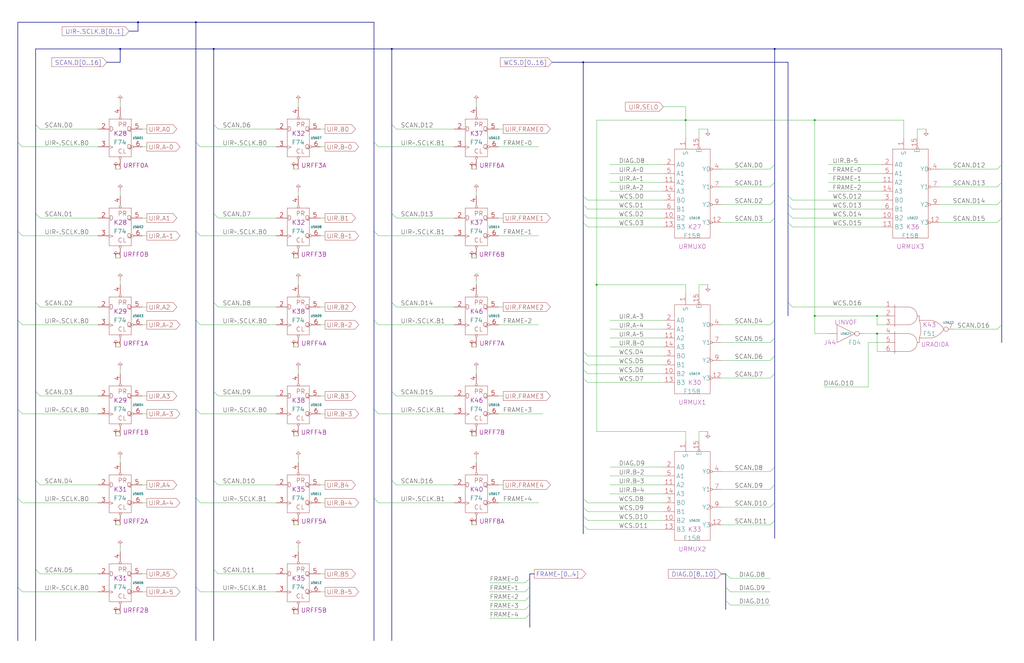
<source format=kicad_sch>
(kicad_sch (version 20250114) (generator "eeschema") (generator_version "9.0")
  (paper "User" 584.2 378.46)
  (title_block (title "WRITABLE CONTROL STORE\\nMICRO INSTRUCTION REGISTER") (date "15-MAR-90") (rev "1.0") (comment 1 "TYPE") (comment 2 "232-003062") (comment 3 "S400") (comment 4 "RELEASED"))
  (lib_symbols
    (symbol "r1000:F04" (pin_numbers (hide yes)) (pin_names (hide yes))
      (property "Reference" "U" (at 0 0 0))
      (property "Value" "F04" (at 1.27 -5.08 0))
      (property "Location" "___" (at -12.7 -5.08 0))
      (property "Name" "______" (at 0 5.08 0))
      (symbol "F04_1_1"
        (pin input line (at -10.16 0 0) (length 2.54) (name "D0") (number "1"))
        (pin output line (at 10.16 0 180) (length 2.54) (name "Q") (number "2"))
      )
    )
    (symbol "r1000:F158" (pin_names (offset 1.016))
      (property "Reference" "U" (at 2.54 5.08 0))
      (property "Value" "F158" (at -3.81 -5.08 0))
      (property "Location" "___" (at -1.27 0 0))
      (property "Name" "______" (at 1.27 -12.7 0))
      (symbol "F158_1_1"
        (pin input line (at -15.24 35.56 0) (length 6.35) (name "A0") (number "2"))
        (pin input line (at -15.24 30.48 0) (length 6.35) (name "A1") (number "5"))
        (pin input line (at -15.24 25.4 0) (length 6.35) (name "A2") (number "11"))
        (pin input line (at -15.24 20.32 0) (length 6.35) (name "A3") (number "14"))
        (pin input line (at -15.24 15.24 0) (length 6.35) (name "B0") (number "3"))
        (pin input line (at -15.24 10.16 0) (length 6.35) (name "B1") (number "6"))
        (pin input line (at -15.24 5.08 0) (length 6.35) (name "B2") (number "10"))
        (pin input line (at -15.24 0 0) (length 6.35) (name "B3") (number "13"))
        (pin input line (at -2.54 50.8 270) (length 6.35) (name "S") (number "1"))
        (pin input line (at 5.08 50.8 270) (length 5.08) (name "E") (number "15"))
        (pin output line (at 17.78 33.02 180) (length 5.08) (name "Y0") (number "4"))
        (pin output line (at 17.78 22.86 180) (length 5.08) (name "Y1") (number "7"))
        (pin output line (at 17.78 12.7 180) (length 5.08) (name "Y2") (number "9"))
        (pin output line (at 17.78 2.54 180) (length 5.08) (name "Y3") (number "12"))
      )
    )
    (symbol "r1000:F51" (pin_names (hide yes))
      (property "Reference" "U" (at 12.7 1.27 0))
      (property "Value" "F51" (at 1.905 -5.08 0))
      (property "Location" "___" (at 1.905 0 0))
      (property "Name" "______" (at 5.08 -12.7 0))
      (symbol "F51_1_1"
        (pin input line (at -22.86 10.16 0) (length 2.54) (name "A1") (number "1"))
        (pin input line (at -22.86 5.08 0) (length 2.54) (name "A2") (number "2"))
        (pin input line (at -22.86 0 0) (length 2.54) (name "A3") (number "3"))
        (pin input line (at -22.86 -5.08 0) (length 2.54) (name "B1") (number "4"))
        (pin input line (at -22.86 -10.16 0) (length 2.54) (name "B2") (number "5"))
        (pin input line (at -22.86 -15.24 0) (length 2.54) (name "B3") (number "6"))
        (pin output line (at 15.24 -2.54 180) (length 2.54) (name "Q") (number "7"))
      )
    )
    (symbol "r1000:F74" (pin_names (offset 1.016) (hide yes))
      (property "Reference" "U" (at 12.7 -2.54 0))
      (property "Value" "F74" (at -1.27 -5.08 0))
      (property "Location" "___" (at -1.27 0 0))
      (property "Name" "______" (at 11.43 -19.685 0))
      (symbol "F74_1_1"
        (text "D" (at -2.54 2.54 0) (effects (font (size 2.54 2.54))))
        (text ">" (at -2.54 -7.62 0) (effects (font (size 2.54 2.54))))
        (text "P" (at 2.54 5.08 0) (effects (font (size 2.54 2.54))))
        (text "C" (at 2.54 -10.16 0) (effects (font (size 2.54 2.54))))
        (text "R" (at 5.08 5.08 0) (effects (font (size 2.54 2.54))))
        (text "L" (at 5.08 -10.16 0) (effects (font (size 2.54 2.54))))
        (text "Q" (at 7.62 2.54 0) (effects (font (size 2.54 2.54))))
        (text "Q" (at 7.62 -7.62 0) (effects (font (size 2.54 2.54))))
        (pin input line (at -10.16 2.54 0) (length 6.35) (name "D") (number "2"))
        (pin input line (at -10.16 -7.62 0) (length 6.35) (name "CLK") (number "3"))
        (pin input line (at 2.54 15.24 270) (length 5.08) (name "PR_") (number "4"))
        (pin input line (at 2.54 -20.32 90) (length 5.08) (name "CL_") (number "1"))
        (pin output line (at 15.24 2.54 180) (length 6.35) (name "Q") (number "5"))
        (pin output line (at 15.24 -7.62 180) (length 5.08) (name "Q_") (number "6"))
      )
    )
    (symbol "r1000:PD" (power) (pin_numbers (hide yes)) (pin_names (hide yes)) (in_bom no)
      (symbol "PD_1_1"
        (pin power_in line (at 0 0 270) (length 2.54) (name "PD") (number "1"))
      )
    )
    (symbol "r1000:PU" (power) (pin_numbers (hide yes)) (pin_names (hide yes))
      (symbol "PU_1_1"
        (pin power_in line (at 0 0 90) (length 2.54) (name "PU") (number "1"))
      )
    )
  )
  (junction (at 500.38 180.34))
  (junction (at 332.74 35.56))
  (junction (at 464.82 180.34))
  (junction (at 111.76 12.7))
  (junction (at 500.38 190.5))
  (junction (at 223.52 27.94))
  (junction (at 340.36 162.56))
  (junction (at 121.92 27.94))
  (junction (at 391.16 68.58))
  (junction (at 464.82 68.58))
  (junction (at 68.58 27.94))
  (junction (at 78.74 12.7))
  (junction (at 441.96 27.94))
  (bus_entry (at 571.5 104.14) (size -2.54 2.54))
  (bus_entry (at 332.74 200.66) (size 2.54 2.54))
  (bus_entry (at 449.58 172.72) (size 2.54 2.54))
  (bus_entry (at 441.96 213.36) (size -2.54 2.54))
  (bus_entry (at 332.74 215.9) (size 2.54 2.54))
  (bus_entry (at 111.76 132.08) (size 2.54 2.54))
  (bus_entry (at 414.02 327.66) (size 2.54 2.54))
  (bus_entry (at 332.74 294.64) (size 2.54 2.54))
  (bus_entry (at 302.26 330.2) (size -2.54 2.54))
  (bus_entry (at 111.76 182.88) (size 2.54 2.54))
  (bus_entry (at 213.36 182.88) (size 2.54 2.54))
  (bus_entry (at 223.52 71.12) (size 2.54 2.54))
  (bus_entry (at 213.36 233.68) (size 2.54 2.54))
  (bus_entry (at 332.74 284.48) (size 2.54 2.54))
  (bus_entry (at 111.76 81.28) (size 2.54 2.54))
  (bus_entry (at 571.5 93.98) (size -2.54 2.54))
  (bus_entry (at 111.76 284.48) (size 2.54 2.54))
  (bus_entry (at 20.32 223.52) (size 2.54 2.54))
  (bus_entry (at 571.5 114.3) (size -2.54 2.54))
  (bus_entry (at 449.58 111.76) (size 2.54 2.54))
  (bus_entry (at 223.52 172.72) (size 2.54 2.54))
  (bus_entry (at 449.58 127) (size 2.54 2.54))
  (bus_entry (at 441.96 297.18) (size -2.54 2.54))
  (bus_entry (at 10.16 335.28) (size 2.54 2.54))
  (bus_entry (at 20.32 71.12) (size 2.54 2.54))
  (bus_entry (at 332.74 111.76) (size 2.54 2.54))
  (bus_entry (at 332.74 127) (size 2.54 2.54))
  (bus_entry (at 10.16 182.88) (size 2.54 2.54))
  (bus_entry (at 10.16 233.68) (size 2.54 2.54))
  (bus_entry (at 111.76 335.28) (size 2.54 2.54))
  (bus_entry (at 571.5 124.46) (size -2.54 2.54))
  (bus_entry (at 332.74 299.72) (size 2.54 2.54))
  (bus_entry (at 121.92 223.52) (size 2.54 2.54))
  (bus_entry (at 223.52 121.92) (size 2.54 2.54))
  (bus_entry (at 111.76 233.68) (size 2.54 2.54))
  (bus_entry (at 441.96 182.88) (size -2.54 2.54))
  (bus_entry (at 332.74 210.82) (size 2.54 2.54))
  (bus_entry (at 571.5 185.42) (size -2.54 2.54))
  (bus_entry (at 441.96 104.14) (size -2.54 2.54))
  (bus_entry (at 449.58 116.84) (size 2.54 2.54))
  (bus_entry (at 441.96 266.7) (size -2.54 2.54))
  (bus_entry (at 10.16 132.08) (size 2.54 2.54))
  (bus_entry (at 20.32 121.92) (size 2.54 2.54))
  (bus_entry (at 414.02 342.9) (size 2.54 2.54))
  (bus_entry (at 441.96 124.46) (size -2.54 2.54))
  (bus_entry (at 414.02 335.28) (size 2.54 2.54))
  (bus_entry (at 20.32 274.32) (size 2.54 2.54))
  (bus_entry (at 213.36 284.48) (size 2.54 2.54))
  (bus_entry (at 223.52 223.52) (size 2.54 2.54))
  (bus_entry (at 20.32 172.72) (size 2.54 2.54))
  (bus_entry (at 121.92 274.32) (size 2.54 2.54))
  (bus_entry (at 441.96 114.3) (size -2.54 2.54))
  (bus_entry (at 441.96 93.98) (size -2.54 2.54))
  (bus_entry (at 20.32 325.12) (size 2.54 2.54))
  (bus_entry (at 10.16 81.28) (size 2.54 2.54))
  (bus_entry (at 302.26 345.44) (size -2.54 2.54))
  (bus_entry (at 302.26 350.52) (size -2.54 2.54))
  (bus_entry (at 449.58 121.92) (size 2.54 2.54))
  (bus_entry (at 441.96 287.02) (size -2.54 2.54))
  (bus_entry (at 302.26 340.36) (size -2.54 2.54))
  (bus_entry (at 213.36 132.08) (size 2.54 2.54))
  (bus_entry (at 213.36 81.28) (size 2.54 2.54))
  (bus_entry (at 332.74 205.74) (size 2.54 2.54))
  (bus_entry (at 121.92 172.72) (size 2.54 2.54))
  (bus_entry (at 441.96 193.04) (size -2.54 2.54))
  (bus_entry (at 223.52 274.32) (size 2.54 2.54))
  (bus_entry (at 121.92 325.12) (size 2.54 2.54))
  (bus_entry (at 441.96 203.2) (size -2.54 2.54))
  (bus_entry (at 332.74 289.56) (size 2.54 2.54))
  (bus_entry (at 302.26 335.28) (size -2.54 2.54))
  (bus_entry (at 121.92 121.92) (size 2.54 2.54))
  (bus_entry (at 332.74 116.84) (size 2.54 2.54))
  (bus_entry (at 441.96 276.86) (size -2.54 2.54))
  (bus_entry (at 121.92 71.12) (size 2.54 2.54))
  (bus_entry (at 332.74 121.92) (size 2.54 2.54))
  (bus_entry (at 10.16 284.48) (size 2.54 2.54))
  (wire (pts (xy 398.78 162.56) (xy 403.86 162.56)))
  (bus (pts (xy 223.52 274.32) (xy 223.52 365.76)))
  (bus (pts (xy 223.52 27.94) (xy 441.96 27.94)))
  (wire (pts (xy 269.24 147.32) (xy 271.78 147.32)))
  (wire (pts (xy 81.28 73.66) (xy 83.82 73.66)))
  (bus (pts (xy 20.32 71.12) (xy 20.32 121.92)))
  (wire (pts (xy 167.64 198.12) (xy 170.18 198.12)))
  (wire (pts (xy 269.24 96.52) (xy 271.78 96.52)))
  (wire (pts (xy 182.88 236.22) (xy 185.42 236.22)))
  (wire (pts (xy 22.86 73.66) (xy 55.88 73.66)))
  (wire (pts (xy 284.48 83.82) (xy 307.34 83.82)))
  (bus (pts (xy 60.96 35.56) (xy 68.58 35.56)))
  (bus (pts (xy 10.16 132.08) (xy 10.16 182.88)))
  (wire (pts (xy 335.28 297.18) (xy 378.46 297.18)))
  (wire (pts (xy 68.58 312.42) (xy 68.58 314.96)))
  (bus (pts (xy 78.74 17.78) (xy 78.74 12.7)))
  (wire (pts (xy 391.16 68.58) (xy 391.16 78.74)))
  (wire (pts (xy 391.16 246.38) (xy 391.16 251.46)))
  (wire (pts (xy 170.18 210.82) (xy 170.18 213.36)))
  (wire (pts (xy 22.86 226.06) (xy 55.88 226.06)))
  (wire (pts (xy 284.48 185.42) (xy 307.34 185.42)))
  (wire (pts (xy 411.48 127) (xy 439.42 127)))
  (bus (pts (xy 441.96 124.46) (xy 441.96 182.88)))
  (bus (pts (xy 10.16 12.7) (xy 10.16 81.28)))
  (wire (pts (xy 66.04 198.12) (xy 68.58 198.12)))
  (wire (pts (xy 411.48 289.56) (xy 439.42 289.56)))
  (wire (pts (xy 452.12 114.3) (xy 502.92 114.3)))
  (wire (pts (xy 12.7 83.82) (xy 55.88 83.82)))
  (bus (pts (xy 20.32 325.12) (xy 20.32 365.76)))
  (bus (pts (xy 332.74 294.64) (xy 332.74 299.72)))
  (wire (pts (xy 416.56 337.82) (xy 439.42 337.82)))
  (wire (pts (xy 391.16 162.56) (xy 391.16 167.64)))
  (wire (pts (xy 452.12 129.54) (xy 502.92 129.54)))
  (bus (pts (xy 449.58 35.56) (xy 449.58 111.76)))
  (wire (pts (xy 411.48 215.9) (xy 439.42 215.9)))
  (bus (pts (xy 213.36 284.48) (xy 213.36 365.76)))
  (wire (pts (xy 22.86 175.26) (xy 55.88 175.26)))
  (wire (pts (xy 12.7 236.22) (xy 55.88 236.22)))
  (bus (pts (xy 10.16 12.7) (xy 78.74 12.7)))
  (bus (pts (xy 441.96 27.94) (xy 441.96 93.98)))
  (bus (pts (xy 302.26 340.36) (xy 302.26 345.44)))
  (bus (pts (xy 441.96 287.02) (xy 441.96 297.18)))
  (wire (pts (xy 464.82 68.58) (xy 464.82 180.34)))
  (bus (pts (xy 314.96 35.56) (xy 332.74 35.56)))
  (wire (pts (xy 124.46 73.66) (xy 157.48 73.66)))
  (bus (pts (xy 332.74 127) (xy 332.74 200.66)))
  (bus (pts (xy 441.96 213.36) (xy 441.96 266.7)))
  (wire (pts (xy 523.24 73.66) (xy 528.32 73.66)))
  (wire (pts (xy 505.46 200.66) (xy 500.38 200.66)))
  (wire (pts (xy 347.98 276.86) (xy 378.46 276.86)))
  (bus (pts (xy 121.92 274.32) (xy 121.92 325.12)))
  (wire (pts (xy 284.48 236.22) (xy 309.88 236.22)))
  (wire (pts (xy 182.88 276.86) (xy 185.42 276.86)))
  (wire (pts (xy 66.04 147.32) (xy 68.58 147.32)))
  (bus (pts (xy 332.74 111.76) (xy 332.74 116.84)))
  (bus (pts (xy 441.96 182.88) (xy 441.96 193.04)))
  (bus (pts (xy 302.26 350.52) (xy 302.26 358.14)))
  (wire (pts (xy 452.12 119.38) (xy 502.92 119.38)))
  (bus (pts (xy 571.5 185.42) (xy 571.5 195.58)))
  (wire (pts (xy 81.28 124.46) (xy 83.82 124.46)))
  (bus (pts (xy 111.76 12.7) (xy 111.76 81.28)))
  (wire (pts (xy 114.3 337.82) (xy 157.48 337.82)))
  (wire (pts (xy 347.98 182.88) (xy 378.46 182.88)))
  (wire (pts (xy 226.06 175.26) (xy 259.08 175.26)))
  (bus (pts (xy 332.74 215.9) (xy 332.74 284.48)))
  (bus (pts (xy 111.76 284.48) (xy 111.76 335.28)))
  (wire (pts (xy 284.48 226.06) (xy 287.02 226.06)))
  (bus (pts (xy 223.52 223.52) (xy 223.52 274.32)))
  (wire (pts (xy 22.86 276.86) (xy 55.88 276.86)))
  (wire (pts (xy 167.64 96.52) (xy 170.18 96.52)))
  (bus (pts (xy 111.76 12.7) (xy 213.36 12.7)))
  (wire (pts (xy 66.04 299.72) (xy 68.58 299.72)))
  (bus (pts (xy 441.96 297.18) (xy 441.96 307.34)))
  (bus (pts (xy 441.96 93.98) (xy 441.96 104.14)))
  (wire (pts (xy 182.88 337.82) (xy 185.42 337.82)))
  (bus (pts (xy 441.96 114.3) (xy 441.96 124.46)))
  (wire (pts (xy 284.48 276.86) (xy 287.02 276.86)))
  (wire (pts (xy 124.46 276.86) (xy 157.48 276.86)))
  (wire (pts (xy 391.16 68.58) (xy 464.82 68.58)))
  (wire (pts (xy 500.38 180.34) (xy 505.46 180.34)))
  (wire (pts (xy 347.98 93.98) (xy 378.46 93.98)))
  (wire (pts (xy 500.38 200.66) (xy 500.38 190.5)))
  (wire (pts (xy 22.86 327.66) (xy 55.88 327.66)))
  (wire (pts (xy 269.24 198.12) (xy 271.78 198.12)))
  (bus (pts (xy 121.92 71.12) (xy 121.92 121.92)))
  (bus (pts (xy 111.76 132.08) (xy 111.76 182.88)))
  (wire (pts (xy 22.86 124.46) (xy 55.88 124.46)))
  (wire (pts (xy 335.28 203.2) (xy 378.46 203.2)))
  (bus (pts (xy 111.76 182.88) (xy 111.76 233.68)))
  (wire (pts (xy 12.7 134.62) (xy 55.88 134.62)))
  (wire (pts (xy 279.4 332.74) (xy 299.72 332.74)))
  (wire (pts (xy 170.18 312.42) (xy 170.18 314.96)))
  (bus (pts (xy 302.26 335.28) (xy 302.26 340.36)))
  (wire (pts (xy 492.76 190.5) (xy 500.38 190.5)))
  (wire (pts (xy 472.44 104.14) (xy 502.92 104.14)))
  (wire (pts (xy 398.78 73.66) (xy 403.86 73.66)))
  (bus (pts (xy 223.52 27.94) (xy 223.52 71.12)))
  (bus (pts (xy 121.92 172.72) (xy 121.92 223.52)))
  (bus (pts (xy 332.74 289.56) (xy 332.74 294.64)))
  (wire (pts (xy 215.9 185.42) (xy 259.08 185.42)))
  (wire (pts (xy 411.48 96.52) (xy 439.42 96.52)))
  (wire (pts (xy 81.28 236.22) (xy 83.82 236.22)))
  (wire (pts (xy 170.18 58.42) (xy 170.18 60.96)))
  (bus (pts (xy 20.32 121.92) (xy 20.32 172.72)))
  (bus (pts (xy 441.96 266.7) (xy 441.96 276.86)))
  (wire (pts (xy 226.06 226.06) (xy 259.08 226.06)))
  (wire (pts (xy 279.4 353.06) (xy 299.72 353.06)))
  (wire (pts (xy 472.44 109.22) (xy 502.92 109.22)))
  (wire (pts (xy 347.98 198.12) (xy 378.46 198.12)))
  (bus (pts (xy 213.36 132.08) (xy 213.36 182.88)))
  (bus (pts (xy 302.26 330.2) (xy 302.26 335.28)))
  (wire (pts (xy 495.3 195.58) (xy 505.46 195.58)))
  (wire (pts (xy 335.28 208.28) (xy 378.46 208.28)))
  (bus (pts (xy 571.5 93.98) (xy 571.5 104.14)))
  (wire (pts (xy 271.78 58.42) (xy 271.78 60.96)))
  (bus (pts (xy 20.32 274.32) (xy 20.32 325.12)))
  (bus (pts (xy 332.74 116.84) (xy 332.74 121.92)))
  (wire (pts (xy 81.28 287.02) (xy 83.82 287.02)))
  (wire (pts (xy 347.98 109.22) (xy 378.46 109.22)))
  (wire (pts (xy 12.7 287.02) (xy 55.88 287.02)))
  (wire (pts (xy 335.28 119.38) (xy 378.46 119.38)))
  (wire (pts (xy 68.58 261.62) (xy 68.58 264.16)))
  (wire (pts (xy 269.24 299.72) (xy 271.78 299.72)))
  (bus (pts (xy 121.92 27.94) (xy 121.92 71.12)))
  (wire (pts (xy 114.3 134.62) (xy 157.48 134.62)))
  (bus (pts (xy 449.58 111.76) (xy 449.58 116.84)))
  (wire (pts (xy 81.28 226.06) (xy 83.82 226.06)))
  (wire (pts (xy 347.98 271.78) (xy 378.46 271.78)))
  (bus (pts (xy 213.36 182.88) (xy 213.36 233.68)))
  (wire (pts (xy 500.38 190.5) (xy 505.46 190.5)))
  (bus (pts (xy 121.92 223.52) (xy 121.92 274.32)))
  (wire (pts (xy 279.4 337.82) (xy 299.72 337.82)))
  (wire (pts (xy 416.56 345.44) (xy 439.42 345.44)))
  (bus (pts (xy 121.92 27.94) (xy 223.52 27.94)))
  (bus (pts (xy 449.58 172.72) (xy 449.58 180.34)))
  (wire (pts (xy 411.48 195.58) (xy 439.42 195.58)))
  (wire (pts (xy 347.98 193.04) (xy 378.46 193.04)))
  (bus (pts (xy 10.16 81.28) (xy 10.16 132.08)))
  (wire (pts (xy 271.78 109.22) (xy 271.78 111.76)))
  (wire (pts (xy 167.64 350.52) (xy 170.18 350.52)))
  (bus (pts (xy 441.96 27.94) (xy 571.5 27.94)))
  (wire (pts (xy 284.48 287.02) (xy 307.34 287.02)))
  (wire (pts (xy 279.4 342.9) (xy 299.72 342.9)))
  (bus (pts (xy 213.36 233.68) (xy 213.36 284.48)))
  (wire (pts (xy 182.88 185.42) (xy 185.42 185.42)))
  (wire (pts (xy 81.28 337.82) (xy 83.82 337.82)))
  (wire (pts (xy 411.48 185.42) (xy 439.42 185.42)))
  (bus (pts (xy 414.02 327.66) (xy 414.02 335.28)))
  (wire (pts (xy 535.94 127) (xy 568.96 127)))
  (wire (pts (xy 271.78 160.02) (xy 271.78 162.56)))
  (wire (pts (xy 464.82 68.58) (xy 515.62 68.58)))
  (wire (pts (xy 335.28 287.02) (xy 378.46 287.02)))
  (wire (pts (xy 170.18 160.02) (xy 170.18 162.56)))
  (wire (pts (xy 472.44 93.98) (xy 502.92 93.98)))
  (bus (pts (xy 20.32 172.72) (xy 20.32 223.52)))
  (bus (pts (xy 111.76 233.68) (xy 111.76 284.48)))
  (wire (pts (xy 81.28 327.66) (xy 83.82 327.66)))
  (bus (pts (xy 20.32 223.52) (xy 20.32 274.32)))
  (bus (pts (xy 441.96 203.2) (xy 441.96 213.36)))
  (wire (pts (xy 515.62 68.58) (xy 515.62 78.74)))
  (bus (pts (xy 68.58 35.56) (xy 68.58 27.94)))
  (bus (pts (xy 10.16 182.88) (xy 10.16 233.68)))
  (wire (pts (xy 452.12 124.46) (xy 502.92 124.46)))
  (bus (pts (xy 332.74 205.74) (xy 332.74 210.82)))
  (wire (pts (xy 335.28 302.26) (xy 378.46 302.26)))
  (bus (pts (xy 223.52 121.92) (xy 223.52 172.72)))
  (wire (pts (xy 469.9 220.98) (xy 495.3 220.98)))
  (bus (pts (xy 332.74 200.66) (xy 332.74 205.74)))
  (wire (pts (xy 411.48 279.4) (xy 439.42 279.4)))
  (wire (pts (xy 279.4 347.98) (xy 299.72 347.98)))
  (wire (pts (xy 472.44 190.5) (xy 464.82 190.5)))
  (wire (pts (xy 535.94 106.68) (xy 568.96 106.68)))
  (bus (pts (xy 20.32 27.94) (xy 68.58 27.94)))
  (bus (pts (xy 571.5 114.3) (xy 571.5 124.46)))
  (wire (pts (xy 124.46 175.26) (xy 157.48 175.26)))
  (wire (pts (xy 284.48 134.62) (xy 307.34 134.62)))
  (wire (pts (xy 411.48 269.24) (xy 439.42 269.24)))
  (bus (pts (xy 213.36 81.28) (xy 213.36 132.08)))
  (wire (pts (xy 347.98 266.7) (xy 378.46 266.7)))
  (bus (pts (xy 20.32 27.94) (xy 20.32 71.12)))
  (wire (pts (xy 340.36 246.38) (xy 340.36 162.56)))
  (wire (pts (xy 68.58 109.22) (xy 68.58 111.76)))
  (wire (pts (xy 182.88 83.82) (xy 185.42 83.82)))
  (bus (pts (xy 414.02 342.9) (xy 414.02 347.98)))
  (wire (pts (xy 464.82 180.34) (xy 464.82 190.5)))
  (bus (pts (xy 223.52 172.72) (xy 223.52 223.52)))
  (wire (pts (xy 182.88 124.46) (xy 185.42 124.46)))
  (wire (pts (xy 182.88 134.62) (xy 185.42 134.62)))
  (wire (pts (xy 284.48 73.66) (xy 287.02 73.66)))
  (wire (pts (xy 81.28 83.82) (xy 83.82 83.82)))
  (bus (pts (xy 302.26 345.44) (xy 302.26 350.52)))
  (wire (pts (xy 114.3 287.02) (xy 157.48 287.02)))
  (bus (pts (xy 10.16 335.28) (xy 10.16 365.76)))
  (wire (pts (xy 226.06 73.66) (xy 259.08 73.66)))
  (wire (pts (xy 340.36 68.58) (xy 391.16 68.58)))
  (wire (pts (xy 495.3 220.98) (xy 495.3 195.58)))
  (bus (pts (xy 441.96 104.14) (xy 441.96 114.3)))
  (wire (pts (xy 215.9 83.82) (xy 259.08 83.82)))
  (wire (pts (xy 167.64 248.92) (xy 170.18 248.92)))
  (bus (pts (xy 441.96 276.86) (xy 441.96 287.02)))
  (bus (pts (xy 10.16 284.48) (xy 10.16 335.28)))
  (wire (pts (xy 411.48 205.74) (xy 439.42 205.74)))
  (wire (pts (xy 378.46 60.96) (xy 391.16 60.96)))
  (wire (pts (xy 170.18 109.22) (xy 170.18 111.76)))
  (bus (pts (xy 302.26 327.66) (xy 304.8 327.66)))
  (wire (pts (xy 340.36 162.56) (xy 340.36 68.58)))
  (wire (pts (xy 284.48 124.46) (xy 287.02 124.46)))
  (wire (pts (xy 472.44 99.06) (xy 502.92 99.06)))
  (wire (pts (xy 226.06 124.46) (xy 259.08 124.46)))
  (bus (pts (xy 332.74 284.48) (xy 332.74 289.56)))
  (wire (pts (xy 523.24 78.74) (xy 523.24 73.66)))
  (wire (pts (xy 182.88 287.02) (xy 185.42 287.02)))
  (wire (pts (xy 411.48 106.68) (xy 439.42 106.68)))
  (wire (pts (xy 114.3 236.22) (xy 157.48 236.22)))
  (bus (pts (xy 411.48 327.66) (xy 414.02 327.66)))
  (bus (pts (xy 441.96 193.04) (xy 441.96 203.2)))
  (wire (pts (xy 81.28 134.62) (xy 83.82 134.62)))
  (wire (pts (xy 416.56 330.2) (xy 439.42 330.2)))
  (bus (pts (xy 223.52 71.12) (xy 223.52 121.92)))
  (wire (pts (xy 66.04 350.52) (xy 68.58 350.52)))
  (wire (pts (xy 226.06 276.86) (xy 259.08 276.86)))
  (wire (pts (xy 340.36 162.56) (xy 391.16 162.56)))
  (wire (pts (xy 124.46 226.06) (xy 157.48 226.06)))
  (wire (pts (xy 464.82 180.34) (xy 500.38 180.34)))
  (wire (pts (xy 68.58 210.82) (xy 68.58 213.36)))
  (bus (pts (xy 121.92 325.12) (xy 121.92 365.76)))
  (wire (pts (xy 335.28 218.44) (xy 378.46 218.44)))
  (wire (pts (xy 124.46 124.46) (xy 157.48 124.46)))
  (bus (pts (xy 111.76 335.28) (xy 111.76 365.76)))
  (wire (pts (xy 543.56 187.96) (xy 568.96 187.96)))
  (bus (pts (xy 78.74 12.7) (xy 111.76 12.7)))
  (wire (pts (xy 81.28 276.86) (xy 83.82 276.86)))
  (wire (pts (xy 167.64 299.72) (xy 170.18 299.72)))
  (bus (pts (xy 571.5 124.46) (xy 571.5 185.42)))
  (wire (pts (xy 271.78 210.82) (xy 271.78 213.36)))
  (wire (pts (xy 114.3 83.82) (xy 157.48 83.82)))
  (wire (pts (xy 411.48 299.72) (xy 439.42 299.72)))
  (wire (pts (xy 335.28 292.1) (xy 378.46 292.1)))
  (wire (pts (xy 391.16 60.96) (xy 391.16 68.58)))
  (wire (pts (xy 500.38 185.42) (xy 500.38 180.34)))
  (bus (pts (xy 332.74 210.82) (xy 332.74 215.9)))
  (bus (pts (xy 449.58 121.92) (xy 449.58 127)))
  (wire (pts (xy 335.28 124.46) (xy 378.46 124.46)))
  (bus (pts (xy 414.02 335.28) (xy 414.02 342.9)))
  (wire (pts (xy 452.12 175.26) (xy 505.46 175.26)))
  (wire (pts (xy 215.9 134.62) (xy 259.08 134.62)))
  (wire (pts (xy 269.24 248.92) (xy 271.78 248.92)))
  (bus (pts (xy 302.26 327.66) (xy 302.26 330.2)))
  (bus (pts (xy 332.74 299.72) (xy 332.74 304.8)))
  (bus (pts (xy 449.58 127) (xy 449.58 172.72)))
  (wire (pts (xy 398.78 246.38) (xy 403.86 246.38)))
  (bus (pts (xy 449.58 116.84) (xy 449.58 121.92)))
  (wire (pts (xy 347.98 99.06) (xy 378.46 99.06)))
  (bus (pts (xy 68.58 27.94) (xy 121.92 27.94)))
  (bus (pts (xy 73.66 17.78) (xy 78.74 17.78)))
  (wire (pts (xy 12.7 185.42) (xy 55.88 185.42)))
  (wire (pts (xy 114.3 185.42) (xy 157.48 185.42)))
  (wire (pts (xy 535.94 96.52) (xy 568.96 96.52)))
  (wire (pts (xy 398.78 78.74) (xy 398.78 73.66)))
  (bus (pts (xy 332.74 35.56) (xy 332.74 111.76)))
  (wire (pts (xy 505.46 185.42) (xy 500.38 185.42)))
  (bus (pts (xy 111.76 81.28) (xy 111.76 132.08)))
  (bus (pts (xy 332.74 121.92) (xy 332.74 127)))
  (wire (pts (xy 398.78 167.64) (xy 398.78 162.56)))
  (wire (pts (xy 66.04 248.92) (xy 68.58 248.92)))
  (wire (pts (xy 66.04 96.52) (xy 68.58 96.52)))
  (wire (pts (xy 68.58 160.02) (xy 68.58 162.56)))
  (wire (pts (xy 391.16 246.38) (xy 340.36 246.38)))
  (wire (pts (xy 68.58 58.42) (xy 68.58 60.96)))
  (wire (pts (xy 284.48 175.26) (xy 287.02 175.26)))
  (wire (pts (xy 335.28 213.36) (xy 378.46 213.36)))
  (wire (pts (xy 182.88 73.66) (xy 185.42 73.66)))
  (bus (pts (xy 10.16 233.68) (xy 10.16 284.48)))
  (wire (pts (xy 271.78 261.62) (xy 271.78 264.16)))
  (wire (pts (xy 170.18 261.62) (xy 170.18 264.16)))
  (wire (pts (xy 335.28 114.3) (xy 378.46 114.3)))
  (wire (pts (xy 215.9 287.02) (xy 259.08 287.02)))
  (bus (pts (xy 571.5 104.14) (xy 571.5 114.3)))
  (wire (pts (xy 182.88 226.06) (xy 185.42 226.06)))
  (wire (pts (xy 12.7 337.82) (xy 55.88 337.82)))
  (bus (pts (xy 449.58 35.56) (xy 332.74 35.56)))
  (wire (pts (xy 182.88 327.66) (xy 185.42 327.66)))
  (wire (pts (xy 398.78 251.46) (xy 398.78 246.38)))
  (wire (pts (xy 81.28 185.42) (xy 83.82 185.42)))
  (wire (pts (xy 335.28 129.54) (xy 378.46 129.54)))
  (wire (pts (xy 347.98 187.96) (xy 378.46 187.96)))
  (wire (pts (xy 347.98 104.14) (xy 378.46 104.14)))
  (wire (pts (xy 535.94 116.84) (xy 568.96 116.84)))
  (bus (pts (xy 213.36 12.7) (xy 213.36 81.28)))
  (wire (pts (xy 347.98 281.94) (xy 378.46 281.94)))
  (bus (pts (xy 571.5 27.94) (xy 571.5 93.98)))
  (wire (pts (xy 167.64 147.32) (xy 170.18 147.32)))
  (wire (pts (xy 81.28 175.26) (xy 83.82 175.26)))
  (wire (pts (xy 124.46 327.66) (xy 157.48 327.66)))
  (wire (pts (xy 411.48 116.84) (xy 439.42 116.84)))
  (wire (pts (xy 215.9 236.22) (xy 259.08 236.22)))
  (wire (pts (xy 182.88 175.26) (xy 185.42 175.26)))
  (bus (pts (xy 121.92 121.92) (xy 121.92 172.72)))
  (label "FRAME~3" (at 287.02 236.22 0) (effects (font (size 2.54 2.54))))
  (label "WCS.D7" (at 353.06 218.44 0) (effects (font (size 2.54 2.54))))
  (label "FRAME~0" (at 279.4 332.74 0) (effects (font (size 2.54 2.54))))
  (label "DIAG.D9" (at 421.64 337.82 0) (effects (font (size 2.54 2.54))))
  (label "WCS.D6" (at 353.06 213.36 0) (effects (font (size 2.54 2.54))))
  (label "FRAME~4" (at 279.4 353.06 0) (effects (font (size 2.54 2.54))))
  (label "SCAN.D0" (at 419.1 96.52 0) (effects (font (size 2.54 2.54))))
  (label "UIR~.SCLK.B1" (at 127 337.82 0) (effects (font (size 2.54 2.54))))
  (label "UIR~.SCLK.B1" (at 228.6 134.62 0) (effects (font (size 2.54 2.54))))
  (label "UIR.A~0" (at 353.06 99.06 0) (effects (font (size 2.54 2.54))))
  (label "SCAN.D15" (at 543.56 127 0) (effects (font (size 2.54 2.54))))
  (label "FRAME~2" (at 287.02 185.42 0) (effects (font (size 2.54 2.54))))
  (label "WCS.D8" (at 353.06 287.02 0) (effects (font (size 2.54 2.54))))
  (label "UIR~.SCLK.B0" (at 127 83.82 0) (effects (font (size 2.54 2.54))))
  (label "UIR~.SCLK.B0" (at 25.4 337.82 0) (effects (font (size 2.54 2.54))))
  (label "SCAN.D0" (at 25.4 73.66 0) (effects (font (size 2.54 2.54))))
  (label "UIR~.SCLK.B0" (at 127 134.62 0) (effects (font (size 2.54 2.54))))
  (label "SCAN.D14" (at 543.56 116.84 0) (effects (font (size 2.54 2.54))))
  (label "WCS.D2" (at 353.06 124.46 0) (effects (font (size 2.54 2.54))))
  (label "SCAN.D9" (at 419.1 279.4 0) (effects (font (size 2.54 2.54))))
  (label "UIR~.SCLK.B0" (at 25.4 236.22 0) (effects (font (size 2.54 2.54))))
  (label "UIR.A~2" (at 353.06 109.22 0) (effects (font (size 2.54 2.54))))
  (label "SCAN.D12" (at 543.56 96.52 0) (effects (font (size 2.54 2.54))))
  (label "UIR~.SCLK.B0" (at 127 185.42 0) (effects (font (size 2.54 2.54))))
  (label "FRAME~1" (at 287.02 134.62 0) (effects (font (size 2.54 2.54))))
  (label "SCAN.D16" (at 228.6 276.86 0) (effects (font (size 2.54 2.54))))
  (label "UIR~.SCLK.B0" (at 25.4 83.82 0) (effects (font (size 2.54 2.54))))
  (label "SCAN.D13" (at 228.6 124.46 0) (effects (font (size 2.54 2.54))))
  (label "FRAME~1" (at 474.98 104.14 0) (effects (font (size 2.54 2.54))))
  (label "WCS.D0" (at 353.06 114.3 0) (effects (font (size 2.54 2.54))))
  (label "SCAN.D3" (at 25.4 226.06 0) (effects (font (size 2.54 2.54))))
  (label "UIR~.SCLK.B0" (at 25.4 134.62 0) (effects (font (size 2.54 2.54))))
  (label "UIR~.SCLK.B0" (at 25.4 185.42 0) (effects (font (size 2.54 2.54))))
  (label "UIR.B~5" (at 474.98 93.98 0) (effects (font (size 2.54 2.54))))
  (label "UIR~.SCLK.B1" (at 228.6 83.82 0) (effects (font (size 2.54 2.54))))
  (label "WCS.D16" (at 474.98 175.26 0) (effects (font (size 2.54 2.54))))
  (label "FRAME~0" (at 474.98 99.06 0) (effects (font (size 2.54 2.54))))
  (label "SCAN.D6" (at 419.1 205.74 0) (effects (font (size 2.54 2.54))))
  (label "SCAN.D16" (at 546.1 187.96 0) (effects (font (size 2.54 2.54))))
  (label "UIR~.SCLK.B1" (at 228.6 236.22 0) (effects (font (size 2.54 2.54))))
  (label "WCS.D14" (at 474.98 124.46 0) (effects (font (size 2.54 2.54))))
  (label "SCAN.D10" (at 419.1 289.56 0) (effects (font (size 2.54 2.54))))
  (label "UIR~.SCLK.B0" (at 25.4 287.02 0) (effects (font (size 2.54 2.54))))
  (label "SCAN.D8" (at 127 175.26 0) (effects (font (size 2.54 2.54))))
  (label "UIR~.SCLK.B1" (at 228.6 287.02 0) (effects (font (size 2.54 2.54))))
  (label "SCAN.D10" (at 127 276.86 0) (effects (font (size 2.54 2.54))))
  (label "SCAN.D5" (at 25.4 327.66 0) (effects (font (size 2.54 2.54))))
  (label "WCS.D3" (at 353.06 129.54 0) (effects (font (size 2.54 2.54))))
  (label "UIR.A~5" (at 353.06 193.04 0) (effects (font (size 2.54 2.54))))
  (label "UIR~.SCLK.B0" (at 127 236.22 0) (effects (font (size 2.54 2.54))))
  (label "WCS.D10" (at 353.06 297.18 0) (effects (font (size 2.54 2.54))))
  (label "SCAN.D7" (at 419.1 215.9 0) (effects (font (size 2.54 2.54))))
  (label "SCAN.D5" (at 419.1 195.58 0) (effects (font (size 2.54 2.54))))
  (label "FRAME~1" (at 279.4 337.82 0) (effects (font (size 2.54 2.54))))
  (label "SCAN.D6" (at 127 73.66 0) (effects (font (size 2.54 2.54))))
  (label "SCAN.D7" (at 127 124.46 0) (effects (font (size 2.54 2.54))))
  (label "UIR~.SCLK.B1" (at 228.6 185.42 0) (effects (font (size 2.54 2.54))))
  (label "UIR.B~4" (at 353.06 281.94 0) (effects (font (size 2.54 2.54))))
  (label "WCS.D15" (at 474.98 129.54 0) (effects (font (size 2.54 2.54))))
  (label "SCAN.D3" (at 419.1 127 0) (effects (font (size 2.54 2.54))))
  (label "SCAN.D4" (at 25.4 276.86 0) (effects (font (size 2.54 2.54))))
  (label "SCAN.D8" (at 419.1 269.24 0) (effects (font (size 2.54 2.54))))
  (label "SCAN.D15" (at 228.6 226.06 0) (effects (font (size 2.54 2.54))))
  (label "FRAME~3" (at 279.4 347.98 0) (effects (font (size 2.54 2.54))))
  (label "WCS.D13" (at 474.98 119.38 0) (effects (font (size 2.54 2.54))))
  (label "WCS.D11" (at 353.06 302.26 0) (effects (font (size 2.54 2.54))))
  (label "FRAME~4" (at 287.02 287.02 0) (effects (font (size 2.54 2.54))))
  (label "SCAN.D9" (at 127 226.06 0) (effects (font (size 2.54 2.54))))
  (label "SCAN.D11" (at 127 327.66 0) (effects (font (size 2.54 2.54))))
  (label "DIAG.D8" (at 421.64 330.2 0) (effects (font (size 2.54 2.54))))
  (label "SCAN.D2" (at 25.4 175.26 0) (effects (font (size 2.54 2.54))))
  (label "DIAG.D8" (at 353.06 93.98 0) (effects (font (size 2.54 2.54))))
  (label "FRAME~2" (at 279.4 342.9 0) (effects (font (size 2.54 2.54))))
  (label "SCAN.D4" (at 419.1 185.42 0) (effects (font (size 2.54 2.54))))
  (label "FRAME~2" (at 474.98 109.22 0) (effects (font (size 2.54 2.54))))
  (label "UIR.B~0" (at 353.06 198.12 0) (effects (font (size 2.54 2.54))))
  (label "UIR.A~1" (at 353.06 104.14 0) (effects (font (size 2.54 2.54))))
  (label "WCS.D9" (at 353.06 292.1 0) (effects (font (size 2.54 2.54))))
  (label "UIR.B~3" (at 353.06 276.86 0) (effects (font (size 2.54 2.54))))
  (label "WCS.D12" (at 474.98 114.3 0) (effects (font (size 2.54 2.54))))
  (label "SCAN.D1" (at 25.4 124.46 0) (effects (font (size 2.54 2.54))))
  (label "SCAN.D1" (at 419.1 106.68 0) (effects (font (size 2.54 2.54))))
  (label "WCS.D4" (at 353.06 203.2 0) (effects (font (size 2.54 2.54))))
  (label "UIR.A~3" (at 353.06 182.88 0) (effects (font (size 2.54 2.54))))
  (label "SCAN.D11" (at 419.1 299.72 0) (effects (font (size 2.54 2.54))))
  (label "SCAN.D2" (at 419.1 116.84 0) (effects (font (size 2.54 2.54))))
  (label "SCAN.D14" (at 228.6 175.26 0) (effects (font (size 2.54 2.54))))
  (label "DIAG.D10" (at 421.64 345.44 0) (effects (font (size 2.54 2.54))))
  (label "DIAG.D9" (at 353.06 266.7 0) (effects (font (size 2.54 2.54))))
  (label "UIR.A~4" (at 353.06 187.96 0) (effects (font (size 2.54 2.54))))
  (label "UIR~.SCLK.B1" (at 127 287.02 0) (effects (font (size 2.54 2.54))))
  (label "SCAN.D13" (at 543.56 106.68 0) (effects (font (size 2.54 2.54))))
  (label "UIR.B~2" (at 353.06 271.78 0) (effects (font (size 2.54 2.54))))
  (label "SCAN.D12" (at 228.6 73.66 0) (effects (font (size 2.54 2.54))))
  (label "DIAG.D10" (at 469.9 220.98 0) (effects (font (size 2.54 2.54))))
  (label "WCS.D5" (at 353.06 208.28 0) (effects (font (size 2.54 2.54))))
  (label "WCS.D1" (at 353.06 119.38 0) (effects (font (size 2.54 2.54))))
  (label "FRAME~0" (at 287.02 83.82 0) (effects (font (size 2.54 2.54))))
  (global_label "UIR.A1" (shape output) (at 83.82 124.46 0) (effects (font (size 2.54 2.54))) (property "Intersheetrefs" "${INTERSHEET_REFS}" (at 100.8622 124.3013 0) (effects (font (size 1.905 1.905)) (justify left))))
  (global_label "UIR.A~2" (shape output) (at 83.82 185.42 0) (effects (font (size 2.54 2.54))) (property "Intersheetrefs" "${INTERSHEET_REFS}" (at 102.6765 185.2613 0) (effects (font (size 1.905 1.905)) (justify left))))
  (global_label "WCS.D[0..16]" (shape input) (at 314.96 35.56 180) (effects (font (size 2.54 2.54))) (property "Intersheetrefs" "${INTERSHEET_REFS}" (at 285.4597 35.4013 0) (effects (font (size 1.905 1.905)) (justify right))))
  (global_label "UIR.A3" (shape output) (at 83.82 226.06 0) (effects (font (size 2.54 2.54))) (property "Intersheetrefs" "${INTERSHEET_REFS}" (at 100.8622 225.9013 0) (effects (font (size 1.905 1.905)) (justify left))))
  (global_label "UIR.FRAME4" (shape output) (at 287.02 276.86 0) (effects (font (size 2.54 2.54))) (property "Intersheetrefs" "${INTERSHEET_REFS}" (at 313.9803 276.7013 0) (effects (font (size 1.905 1.905)) (justify left))))
  (global_label "UIR.A2" (shape output) (at 83.82 175.26 0) (effects (font (size 2.54 2.54))) (property "Intersheetrefs" "${INTERSHEET_REFS}" (at 100.8622 175.1013 0) (effects (font (size 1.905 1.905)) (justify left))))
  (global_label "UIR.B~2" (shape output) (at 185.42 185.42 0) (effects (font (size 2.54 2.54))) (property "Intersheetrefs" "${INTERSHEET_REFS}" (at 204.6393 185.2613 0) (effects (font (size 1.905 1.905)) (justify left))))
  (global_label "SCAN.D[0..16]" (shape input) (at 60.96 35.56 180) (effects (font (size 2.54 2.54))) (property "Intersheetrefs" "${INTERSHEET_REFS}" (at 29.5245 35.4013 0) (effects (font (size 1.905 1.905)) (justify right))))
  (global_label "UIR.B~4" (shape output) (at 185.42 287.02 0) (effects (font (size 2.54 2.54))) (property "Intersheetrefs" "${INTERSHEET_REFS}" (at 204.6393 286.8613 0) (effects (font (size 1.905 1.905)) (justify left))))
  (global_label "UIR.B3" (shape output) (at 185.42 226.06 0) (effects (font (size 2.54 2.54))) (property "Intersheetrefs" "${INTERSHEET_REFS}" (at 202.825 225.9013 0) (effects (font (size 1.905 1.905)) (justify left))))
  (global_label "UIR~.SCLK.B[0..1]" (shape input) (at 73.66 17.78 180) (effects (font (size 2.54 2.54))) (property "Intersheetrefs" "${INTERSHEET_REFS}" (at 35.4511 17.6213 0) (effects (font (size 1.905 1.905)) (justify right))))
  (global_label "UIR.B5" (shape output) (at 185.42 327.66 0) (effects (font (size 2.54 2.54))) (property "Intersheetrefs" "${INTERSHEET_REFS}" (at 202.825 327.5013 0) (effects (font (size 1.905 1.905)) (justify left))))
  (global_label "UIR.A~3" (shape output) (at 83.82 236.22 0) (effects (font (size 2.54 2.54))) (property "Intersheetrefs" "${INTERSHEET_REFS}" (at 102.6765 236.0613 0) (effects (font (size 1.905 1.905)) (justify left))))
  (global_label "UIR.A~4" (shape output) (at 83.82 287.02 0) (effects (font (size 2.54 2.54))) (property "Intersheetrefs" "${INTERSHEET_REFS}" (at 102.6765 286.8613 0) (effects (font (size 1.905 1.905)) (justify left))))
  (global_label "UIR.A5" (shape output) (at 83.82 327.66 0) (effects (font (size 2.54 2.54))) (property "Intersheetrefs" "${INTERSHEET_REFS}" (at 100.8622 327.5013 0) (effects (font (size 1.905 1.905)) (justify left))))
  (global_label "FRAME~[0..4]" (shape output) (at 304.8 327.66 0) (effects (font (size 2.54 2.54))) (property "Intersheetrefs" "${INTERSHEET_REFS}" (at 334.1793 327.5013 0) (effects (font (size 1.905 1.905)) (justify left))))
  (global_label "UIR.FRAME1" (shape output) (at 287.02 124.46 0) (effects (font (size 2.54 2.54))) (property "Intersheetrefs" "${INTERSHEET_REFS}" (at 313.9803 124.3013 0) (effects (font (size 1.905 1.905)) (justify left))))
  (global_label "UIR.A0" (shape output) (at 83.82 73.66 0) (effects (font (size 2.54 2.54))) (property "Intersheetrefs" "${INTERSHEET_REFS}" (at 100.8622 73.5013 0) (effects (font (size 1.905 1.905)) (justify left))))
  (global_label "UIR.B~3" (shape output) (at 185.42 236.22 0) (effects (font (size 2.54 2.54))) (property "Intersheetrefs" "${INTERSHEET_REFS}" (at 204.6393 236.0613 0) (effects (font (size 1.905 1.905)) (justify left))))
  (global_label "UIR.A4" (shape output) (at 83.82 276.86 0) (effects (font (size 2.54 2.54))) (property "Intersheetrefs" "${INTERSHEET_REFS}" (at 100.8622 276.7013 0) (effects (font (size 1.905 1.905)) (justify left))))
  (global_label "UIR.B0" (shape output) (at 185.42 73.66 0) (effects (font (size 2.54 2.54))) (property "Intersheetrefs" "${INTERSHEET_REFS}" (at 202.825 73.5013 0) (effects (font (size 1.905 1.905)) (justify left))))
  (global_label "UIR.A~1" (shape output) (at 83.82 134.62 0) (effects (font (size 2.54 2.54))) (property "Intersheetrefs" "${INTERSHEET_REFS}" (at 102.6765 134.4613 0) (effects (font (size 1.905 1.905)) (justify left))))
  (global_label "UIR.FRAME2" (shape output) (at 287.02 175.26 0) (effects (font (size 2.54 2.54))) (property "Intersheetrefs" "${INTERSHEET_REFS}" (at 313.9803 175.1013 0) (effects (font (size 1.905 1.905)) (justify left))))
  (global_label "UIR.B~0" (shape output) (at 185.42 83.82 0) (effects (font (size 2.54 2.54))) (property "Intersheetrefs" "${INTERSHEET_REFS}" (at 204.6393 83.6613 0) (effects (font (size 1.905 1.905)) (justify left))))
  (global_label "UIR.FRAME0" (shape output) (at 287.02 73.66 0) (effects (font (size 2.54 2.54))) (property "Intersheetrefs" "${INTERSHEET_REFS}" (at 313.9803 73.5013 0) (effects (font (size 1.905 1.905)) (justify left))))
  (global_label "UIR.B1" (shape output) (at 185.42 124.46 0) (effects (font (size 2.54 2.54))) (property "Intersheetrefs" "${INTERSHEET_REFS}" (at 202.825 124.3013 0) (effects (font (size 1.905 1.905)) (justify left))))
  (global_label "UIR.FRAME3" (shape output) (at 287.02 226.06 0) (effects (font (size 2.54 2.54))) (property "Intersheetrefs" "${INTERSHEET_REFS}" (at 313.9803 225.9013 0) (effects (font (size 1.905 1.905)) (justify left))))
  (global_label "UIR.A~5" (shape output) (at 83.82 337.82 0) (effects (font (size 2.54 2.54))) (property "Intersheetrefs" "${INTERSHEET_REFS}" (at 102.6765 337.6613 0) (effects (font (size 1.905 1.905)) (justify left))))
  (global_label "UIR.B~1" (shape output) (at 185.42 134.62 0) (effects (font (size 2.54 2.54))) (property "Intersheetrefs" "${INTERSHEET_REFS}" (at 204.6393 134.4613 0) (effects (font (size 1.905 1.905)) (justify left))))
  (global_label "UIR.B4" (shape output) (at 185.42 276.86 0) (effects (font (size 2.54 2.54))) (property "Intersheetrefs" "${INTERSHEET_REFS}" (at 202.825 276.7013 0) (effects (font (size 1.905 1.905)) (justify left))))
  (global_label "UIR.SEL0" (shape input) (at 378.46 60.96 180) (effects (font (size 2.54 2.54))) (property "Intersheetrefs" "${INTERSHEET_REFS}" (at 356.8216 60.8013 0) (effects (font (size 1.905 1.905)) (justify right))))
  (global_label "UIR.B~5" (shape output) (at 185.42 337.82 0) (effects (font (size 2.54 2.54))) (property "Intersheetrefs" "${INTERSHEET_REFS}" (at 204.6393 337.6613 0) (effects (font (size 1.905 1.905)) (justify left))))
  (global_label "UIR.B2" (shape output) (at 185.42 175.26 0) (effects (font (size 2.54 2.54))) (property "Intersheetrefs" "${INTERSHEET_REFS}" (at 202.825 175.1013 0) (effects (font (size 1.905 1.905)) (justify left))))
  (global_label "UIR.A~0" (shape output) (at 83.82 83.82 0) (effects (font (size 2.54 2.54))) (property "Intersheetrefs" "${INTERSHEET_REFS}" (at 102.6765 83.6613 0) (effects (font (size 1.905 1.905)) (justify left))))
  (global_label "DIAG.D[8..10]" (shape input) (at 411.48 327.66 180) (effects (font (size 2.54 2.54))) (property "Intersheetrefs" "${INTERSHEET_REFS}" (at 381.375 327.5013 0) (effects (font (size 1.905 1.905)) (justify right))))
  (symbol (lib_id "r1000:PU") (at 271.78 261.62 0) (unit 1)
    (property "Reference" "#PWR05634" (effects (hide yes)))
    (property "Value" "PU" (effects (hide yes)))
  )
  (symbol (lib_id "r1000:PU") (at 66.04 147.32 0) (unit 1)
    (property "Reference" "#PWR05602" (effects (hide yes)))
    (property "Value" "PU" (effects (hide yes)))
  )
  (symbol (lib_id "r1000:PU") (at 271.78 160.02 0) (unit 1)
    (property "Reference" "#PWR05632" (effects (hide yes)))
    (property "Value" "PU" (effects (hide yes)))
  )
  (symbol (lib_id "r1000:PD") (at 403.86 162.56 0) (unit 1) (in_bom no)
    (property "Reference" "#PWR05636" (effects (hide yes)))
    (property "Value" "PD" (effects (hide yes)))
  )
  (symbol (lib_id "r1000:PU") (at 170.18 109.22 0) (unit 1)
    (property "Reference" "#PWR05620" (effects (hide yes)))
    (property "Value" "PU" (effects (hide yes)))
  )
  (symbol (lib_id "r1000:PU") (at 269.24 147.32 0) (unit 1)
    (property "Reference" "#PWR05626" (effects (hide yes)))
    (property "Value" "PU" (effects (hide yes)))
  )
  (symbol (lib_id "r1000:PU") (at 167.64 147.32 0) (unit 1)
    (property "Reference" "#PWR05614" (effects (hide yes)))
    (property "Value" "PU" (effects (hide yes)))
  )
  (symbol (lib_id "r1000:PU") (at 68.58 312.42 0) (unit 1)
    (property "Reference" "#PWR05612" (effects (hide yes)))
    (property "Value" "PU" (effects (hide yes)))
  )
  (symbol (lib_id "r1000:PU") (at 68.58 160.02 0) (unit 1)
    (property "Reference" "#PWR05609" (effects (hide yes)))
    (property "Value" "PU" (effects (hide yes)))
  )
  (symbol (lib_id "r1000:PD") (at 403.86 246.38 0) (unit 1) (in_bom no)
    (property "Reference" "#PWR05637" (effects (hide yes)))
    (property "Value" "PD" (effects (hide yes)))
  )
  (symbol (lib_id "r1000:F74") (at 269.24 177.8 0) (unit 1)
    (property "Reference" "U5615" (at 281.94 180.34 0))
    (property "Value" "F74" (at 267.97 182.88 0) (effects (font (size 2.54 2.54)) (justify left)))
    (property "Location" "K46" (at 267.97 177.8 0) (effects (font (size 2.54 2.54)) (justify left)))
    (property "Name" "URFF7A" (at 280.67 197.485 0) (effects (font (size 2.54 2.54)) (justify bottom)))
  )
  (symbol (lib_id "r1000:PU") (at 269.24 248.92 0) (unit 1)
    (property "Reference" "#PWR05628" (effects (hide yes)))
    (property "Value" "PU" (effects (hide yes)))
  )
  (symbol (lib_id "r1000:F74") (at 167.64 330.2 0) (unit 1)
    (property "Reference" "U5612" (at 180.34 332.74 0))
    (property "Value" "F74" (at 166.37 335.28 0) (effects (font (size 2.54 2.54)) (justify left)))
    (property "Location" "K35" (at 166.37 330.2 0) (effects (font (size 2.54 2.54)) (justify left)))
    (property "Name" "URFF5B" (at 179.07 349.885 0) (effects (font (size 2.54 2.54)) (justify bottom)))
  )
  (symbol (lib_id "r1000:PU") (at 66.04 96.52 0) (unit 1)
    (property "Reference" "#PWR05601" (effects (hide yes)))
    (property "Value" "PU" (effects (hide yes)))
  )
  (symbol (lib_id "r1000:PU") (at 68.58 210.82 0) (unit 1)
    (property "Reference" "#PWR05610" (effects (hide yes)))
    (property "Value" "PU" (effects (hide yes)))
  )
  (symbol (lib_id "r1000:F74") (at 66.04 127 0) (unit 1)
    (property "Reference" "U5602" (at 78.74 129.54 0))
    (property "Value" "F74" (at 64.77 132.08 0) (effects (font (size 2.54 2.54)) (justify left)))
    (property "Location" "K28" (at 64.77 127 0) (effects (font (size 2.54 2.54)) (justify left)))
    (property "Name" "URFF0B" (at 77.47 146.685 0) (effects (font (size 2.54 2.54)) (justify bottom)))
  )
  (symbol (lib_id "r1000:F04") (at 482.6 190.5 0) (unit 1)
    (property "Reference" "U5621" (at 482.6 190.5 0))
    (property "Value" "F04" (at 483.87 195.58 0) (effects (font (size 2.54 2.54)) (justify left)))
    (property "Location" "J44" (at 469.9 195.58 0) (effects (font (size 2.54 2.54)) (justify left)))
    (property "Name" "LINV0F" (at 482.6 185.42 0) (effects (font (size 2.54 2.54)) (justify bottom)))
  )
  (symbol (lib_id "r1000:PU") (at 66.04 248.92 0) (unit 1)
    (property "Reference" "#PWR05604" (effects (hide yes)))
    (property "Value" "PU" (effects (hide yes)))
  )
  (symbol (lib_id "r1000:PU") (at 170.18 261.62 0) (unit 1)
    (property "Reference" "#PWR05623" (effects (hide yes)))
    (property "Value" "PU" (effects (hide yes)))
  )
  (symbol (lib_id "r1000:F158") (at 393.7 218.44 0) (unit 1)
    (property "Reference" "U5619" (at 396.24 213.36 0))
    (property "Value" "F158" (at 389.89 223.52 0) (effects (font (size 2.54 2.54)) (justify left)))
    (property "Location" "K30" (at 392.43 218.44 0) (effects (font (size 2.54 2.54)) (justify left)))
    (property "Name" "URMUX1" (at 394.97 231.14 0) (effects (font (size 2.54 2.54)) (justify bottom)))
  )
  (symbol (lib_id "r1000:F74") (at 66.04 177.8 0) (unit 1)
    (property "Reference" "U5603" (at 78.74 180.34 0))
    (property "Value" "F74" (at 64.77 182.88 0) (effects (font (size 2.54 2.54)) (justify left)))
    (property "Location" "K29" (at 64.77 177.8 0) (effects (font (size 2.54 2.54)) (justify left)))
    (property "Name" "URFF1A" (at 77.47 197.485 0) (effects (font (size 2.54 2.54)) (justify bottom)))
  )
  (symbol (lib_id "r1000:F74") (at 66.04 330.2 0) (unit 1)
    (property "Reference" "U5606" (at 78.74 332.74 0))
    (property "Value" "F74" (at 64.77 335.28 0) (effects (font (size 2.54 2.54)) (justify left)))
    (property "Location" "K31" (at 64.77 330.2 0) (effects (font (size 2.54 2.54)) (justify left)))
    (property "Name" "URFF2B" (at 77.47 349.885 0) (effects (font (size 2.54 2.54)) (justify bottom)))
  )
  (symbol (lib_id "r1000:F74") (at 167.64 127 0) (unit 1)
    (property "Reference" "U5608" (at 180.34 129.54 0))
    (property "Value" "F74" (at 166.37 132.08 0) (effects (font (size 2.54 2.54)) (justify left)))
    (property "Location" "K32" (at 166.37 127 0) (effects (font (size 2.54 2.54)) (justify left)))
    (property "Name" "URFF3B" (at 179.07 146.685 0) (effects (font (size 2.54 2.54)) (justify bottom)))
  )
  (symbol (lib_id "r1000:F74") (at 269.24 279.4 0) (unit 1)
    (property "Reference" "U5617" (at 281.94 281.94 0))
    (property "Value" "F74" (at 267.97 284.48 0) (effects (font (size 2.54 2.54)) (justify left)))
    (property "Location" "K40" (at 267.97 279.4 0) (effects (font (size 2.54 2.54)) (justify left)))
    (property "Name" "URFF8A" (at 280.67 299.085 0) (effects (font (size 2.54 2.54)) (justify bottom)))
  )
  (symbol (lib_id "r1000:PU") (at 170.18 58.42 0) (unit 1)
    (property "Reference" "#PWR05619" (effects (hide yes)))
    (property "Value" "PU" (effects (hide yes)))
  )
  (symbol (lib_id "r1000:PU") (at 170.18 312.42 0) (unit 1)
    (property "Reference" "#PWR05624" (effects (hide yes)))
    (property "Value" "PU" (effects (hide yes)))
  )
  (symbol (lib_id "r1000:F51") (at 528.32 185.42 0) (unit 1)
    (property "Reference" "U5623" (at 541.02 184.15 0))
    (property "Value" "F51" (at 530.225 190.5 0) (effects (font (size 2.54 2.54))))
    (property "Location" "K43" (at 530.225 185.42 0) (effects (font (size 2.54 2.54))))
    (property "Name" "URAOI0A" (at 533.4 198.12 0) (effects (font (size 2.54 2.54)) (justify bottom)))
  )
  (symbol (lib_id "r1000:PD") (at 403.86 73.66 0) (unit 1) (in_bom no)
    (property "Reference" "#PWR05635" (effects (hide yes)))
    (property "Value" "PD" (effects (hide yes)))
  )
  (symbol (lib_id "r1000:PU") (at 68.58 109.22 0) (unit 1)
    (property "Reference" "#PWR05608" (effects (hide yes)))
    (property "Value" "PU" (effects (hide yes)))
  )
  (symbol (lib_id "r1000:PU") (at 269.24 198.12 0) (unit 1)
    (property "Reference" "#PWR05627" (effects (hide yes)))
    (property "Value" "PU" (effects (hide yes)))
  )
  (symbol (lib_id "r1000:PD") (at 528.32 73.66 0) (unit 1) (in_bom no)
    (property "Reference" "#PWR05638" (effects (hide yes)))
    (property "Value" "PD" (effects (hide yes)))
  )
  (symbol (lib_id "r1000:PU") (at 170.18 210.82 0) (unit 1)
    (property "Reference" "#PWR05622" (effects (hide yes)))
    (property "Value" "PU" (effects (hide yes)))
  )
  (symbol (lib_id "r1000:PU") (at 167.64 350.52 0) (unit 1)
    (property "Reference" "#PWR05618" (effects (hide yes)))
    (property "Value" "PU" (effects (hide yes)))
  )
  (symbol (lib_id "r1000:PU") (at 167.64 248.92 0) (unit 1)
    (property "Reference" "#PWR05616" (effects (hide yes)))
    (property "Value" "PU" (effects (hide yes)))
  )
  (symbol (lib_id "r1000:PU") (at 271.78 210.82 0) (unit 1)
    (property "Reference" "#PWR05633" (effects (hide yes)))
    (property "Value" "PU" (effects (hide yes)))
  )
  (symbol (lib_id "r1000:PU") (at 269.24 299.72 0) (unit 1)
    (property "Reference" "#PWR05629" (effects (hide yes)))
    (property "Value" "PU" (effects (hide yes)))
  )
  (symbol (lib_id "r1000:F74") (at 269.24 76.2 0) (unit 1)
    (property "Reference" "U5613" (at 281.94 78.74 0))
    (property "Value" "F74" (at 267.97 81.28 0) (effects (font (size 2.54 2.54)) (justify left)))
    (property "Location" "K37" (at 267.97 76.2 0) (effects (font (size 2.54 2.54)) (justify left)))
    (property "Name" "URFF6A" (at 280.67 95.885 0) (effects (font (size 2.54 2.54)) (justify bottom)))
  )
  (symbol (lib_id "r1000:F74") (at 66.04 228.6 0) (unit 1)
    (property "Reference" "U5604" (at 78.74 231.14 0))
    (property "Value" "F74" (at 64.77 233.68 0) (effects (font (size 2.54 2.54)) (justify left)))
    (property "Location" "K29" (at 64.77 228.6 0) (effects (font (size 2.54 2.54)) (justify left)))
    (property "Name" "URFF1B" (at 77.47 248.285 0) (effects (font (size 2.54 2.54)) (justify bottom)))
  )
  (symbol (lib_id "r1000:F158") (at 518.16 129.54 0) (unit 1)
    (property "Reference" "U5622" (at 520.7 124.46 0))
    (property "Value" "F158" (at 514.35 134.62 0) (effects (font (size 2.54 2.54)) (justify left)))
    (property "Location" "K36" (at 516.89 129.54 0) (effects (font (size 2.54 2.54)) (justify left)))
    (property "Name" "URMUX3" (at 519.43 142.24 0) (effects (font (size 2.54 2.54)) (justify bottom)))
  )
  (symbol (lib_id "r1000:F74") (at 66.04 279.4 0) (unit 1)
    (property "Reference" "U5605" (at 78.74 281.94 0))
    (property "Value" "F74" (at 64.77 284.48 0) (effects (font (size 2.54 2.54)) (justify left)))
    (property "Location" "K31" (at 64.77 279.4 0) (effects (font (size 2.54 2.54)) (justify left)))
    (property "Name" "URFF2A" (at 77.47 299.085 0) (effects (font (size 2.54 2.54)) (justify bottom)))
  )
  (symbol (lib_id "r1000:PU") (at 68.58 261.62 0) (unit 1)
    (property "Reference" "#PWR05611" (effects (hide yes)))
    (property "Value" "PU" (effects (hide yes)))
  )
  (symbol (lib_id "r1000:PU") (at 66.04 198.12 0) (unit 1)
    (property "Reference" "#PWR05603" (effects (hide yes)))
    (property "Value" "PU" (effects (hide yes)))
  )
  (symbol (lib_id "r1000:F74") (at 269.24 228.6 0) (unit 1)
    (property "Reference" "U5616" (at 281.94 231.14 0))
    (property "Value" "F74" (at 267.97 233.68 0) (effects (font (size 2.54 2.54)) (justify left)))
    (property "Location" "K46" (at 267.97 228.6 0) (effects (font (size 2.54 2.54)) (justify left)))
    (property "Name" "URFF7B" (at 280.67 248.285 0) (effects (font (size 2.54 2.54)) (justify bottom)))
  )
  (symbol (lib_id "r1000:PU") (at 66.04 350.52 0) (unit 1)
    (property "Reference" "#PWR05606" (effects (hide yes)))
    (property "Value" "PU" (effects (hide yes)))
  )
  (symbol (lib_id "r1000:PU") (at 167.64 299.72 0) (unit 1)
    (property "Reference" "#PWR05617" (effects (hide yes)))
    (property "Value" "PU" (effects (hide yes)))
  )
  (symbol (lib_id "r1000:F158") (at 393.7 302.26 0) (unit 1)
    (property "Reference" "U5620" (at 396.24 297.18 0))
    (property "Value" "F158" (at 389.89 307.34 0) (effects (font (size 2.54 2.54)) (justify left)))
    (property "Location" "K33" (at 392.43 302.26 0) (effects (font (size 2.54 2.54)) (justify left)))
    (property "Name" "URMUX2" (at 394.97 314.96 0) (effects (font (size 2.54 2.54)) (justify bottom)))
  )
  (symbol (lib_id "r1000:F74") (at 167.64 76.2 0) (unit 1)
    (property "Reference" "U5607" (at 180.34 78.74 0))
    (property "Value" "F74" (at 166.37 81.28 0) (effects (font (size 2.54 2.54)) (justify left)))
    (property "Location" "K32" (at 166.37 76.2 0) (effects (font (size 2.54 2.54)) (justify left)))
    (property "Name" "URFF3A" (at 179.07 95.885 0) (effects (font (size 2.54 2.54)) (justify bottom)))
  )
  (symbol (lib_id "r1000:PU") (at 68.58 58.42 0) (unit 1)
    (property "Reference" "#PWR05607" (effects (hide yes)))
    (property "Value" "PU" (effects (hide yes)))
  )
  (symbol (lib_id "r1000:PU") (at 66.04 299.72 0) (unit 1)
    (property "Reference" "#PWR05605" (effects (hide yes)))
    (property "Value" "PU" (effects (hide yes)))
  )
  (symbol (lib_id "r1000:F74") (at 66.04 76.2 0) (unit 1)
    (property "Reference" "U5601" (at 78.74 78.74 0))
    (property "Value" "F74" (at 64.77 81.28 0) (effects (font (size 2.54 2.54)) (justify left)))
    (property "Location" "K28" (at 64.77 76.2 0) (effects (font (size 2.54 2.54)) (justify left)))
    (property "Name" "URFF0A" (at 77.47 95.885 0) (effects (font (size 2.54 2.54)) (justify bottom)))
  )
  (symbol (lib_id "r1000:F74") (at 167.64 279.4 0) (unit 1)
    (property "Reference" "U5611" (at 180.34 281.94 0))
    (property "Value" "F74" (at 166.37 284.48 0) (effects (font (size 2.54 2.54)) (justify left)))
    (property "Location" "K35" (at 166.37 279.4 0) (effects (font (size 2.54 2.54)) (justify left)))
    (property "Name" "URFF5A" (at 179.07 299.085 0) (effects (font (size 2.54 2.54)) (justify bottom)))
  )
  (symbol (lib_id "r1000:PU") (at 167.64 96.52 0) (unit 1)
    (property "Reference" "#PWR05613" (effects (hide yes)))
    (property "Value" "PU" (effects (hide yes)))
  )
  (symbol (lib_id "r1000:PU") (at 271.78 58.42 0) (unit 1)
    (property "Reference" "#PWR05630" (effects (hide yes)))
    (property "Value" "PU" (effects (hide yes)))
  )
  (symbol (lib_id "r1000:PU") (at 170.18 160.02 0) (unit 1)
    (property "Reference" "#PWR05621" (effects (hide yes)))
    (property "Value" "PU" (effects (hide yes)))
  )
  (symbol (lib_id "r1000:F74") (at 269.24 127 0) (unit 1)
    (property "Reference" "U5614" (at 281.94 129.54 0))
    (property "Value" "F74" (at 267.97 132.08 0) (effects (font (size 2.54 2.54)) (justify left)))
    (property "Location" "K37" (at 267.97 127 0) (effects (font (size 2.54 2.54)) (justify left)))
    (property "Name" "URFF6B" (at 280.67 146.685 0) (effects (font (size 2.54 2.54)) (justify bottom)))
  )
  (symbol (lib_id "r1000:F74") (at 167.64 177.8 0) (unit 1)
    (property "Reference" "U5609" (at 180.34 180.34 0))
    (property "Value" "F74" (at 166.37 182.88 0) (effects (font (size 2.54 2.54)) (justify left)))
    (property "Location" "K38" (at 166.37 177.8 0) (effects (font (size 2.54 2.54)) (justify left)))
    (property "Name" "URFF4A" (at 179.07 197.485 0) (effects (font (size 2.54 2.54)) (justify bottom)))
  )
  (symbol (lib_id "r1000:F74") (at 167.64 228.6 0) (unit 1)
    (property "Reference" "U5610" (at 180.34 231.14 0))
    (property "Value" "F74" (at 166.37 233.68 0) (effects (font (size 2.54 2.54)) (justify left)))
    (property "Location" "K38" (at 166.37 228.6 0) (effects (font (size 2.54 2.54)) (justify left)))
    (property "Name" "URFF4B" (at 179.07 248.285 0) (effects (font (size 2.54 2.54)) (justify bottom)))
  )
  (symbol (lib_id "r1000:F158") (at 393.7 129.54 0) (unit 1)
    (property "Reference" "U5618" (at 396.24 124.46 0))
    (property "Value" "F158" (at 389.89 134.62 0) (effects (font (size 2.54 2.54)) (justify left)))
    (property "Location" "K27" (at 392.43 129.54 0) (effects (font (size 2.54 2.54)) (justify left)))
    (property "Name" "URMUX0" (at 394.97 142.24 0) (effects (font (size 2.54 2.54)) (justify bottom)))
  )
  (symbol (lib_id "r1000:PU") (at 269.24 96.52 0) (unit 1)
    (property "Reference" "#PWR05625" (effects (hide yes)))
    (property "Value" "PU" (effects (hide yes)))
  )
  (symbol (lib_id "r1000:PU") (at 167.64 198.12 0) (unit 1)
    (property "Reference" "#PWR05615" (effects (hide yes)))
    (property "Value" "PU" (effects (hide yes)))
  )
  (symbol (lib_id "r1000:PU") (at 271.78 109.22 0) (unit 1)
    (property "Reference" "#PWR05631" (effects (hide yes)))
    (property "Value" "PU" (effects (hide yes)))
  )
)
</source>
